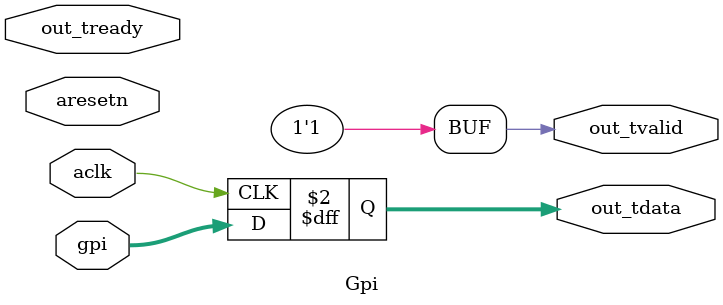
<source format=v>
`timescale 1ns / 1ps

module Gpi
(
aclk,
aresetn,
	
out_tdata,
out_tvalid,
out_tready,
	
gpi
);

parameter integer DW = 8; // number of GPI bits

input aclk;
input aresetn;
	
output reg [DW-1:0] out_tdata;
output out_tvalid;
input out_tready;
	
input [DW-1:0] gpi;

/////////////////////////////////////////
	
assign out_tvalid = 1'b1;  // always valid

always @(posedge aclk)
begin
	out_tdata <= gpi;
	/*
	if(aresetn)
		out_tdata <= gpi;
	else // reset event	
		out_tdata <= {DW{1'b0}};
	*/
end

endmodule

</source>
